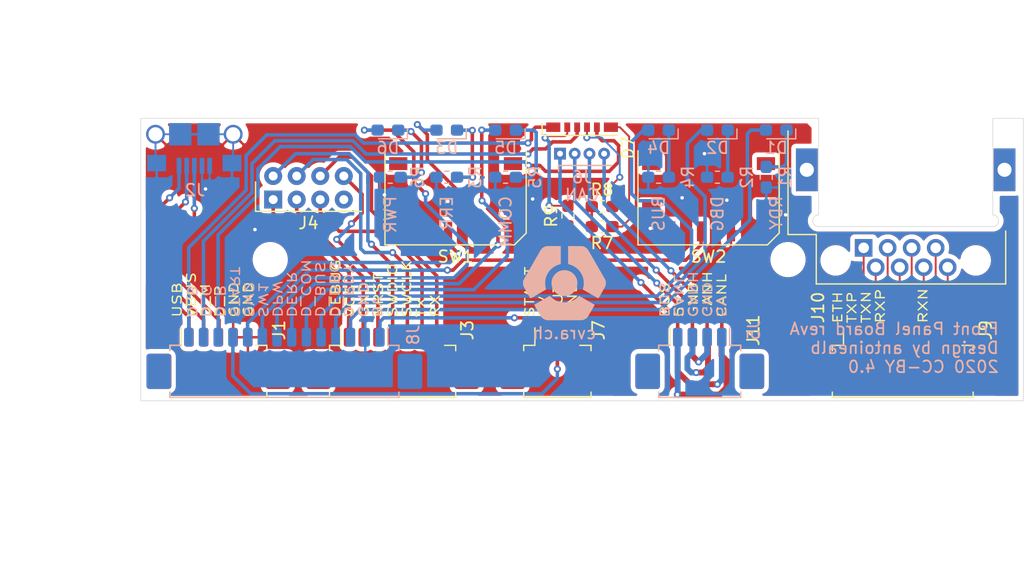
<source format=kicad_pcb>
(kicad_pcb (version 20171130) (host pcbnew "(5.1.5-0-10_14)")
  (layers (0 F.Cu signal) (31 B.Cu signal) (34 B.Paste user) (35 F.Paste user) (36 B.SilkS user) (37 F.SilkS user) (38 B.Mask user) (39 F.Mask user) (44 Edge.Cuts user))
  (net 0 "")
  (net 1 "Net-(D1-Pad1)")
  (net 2 /LED_READY)
  (net 3 /LED_DEBUG)
  (net 4 "Net-(D2-Pad1)")
  (net 5 "Net-(D3-Pad1)")
  (net 6 /LED_ERROR)
  (net 7 /LED_BUS)
  (net 8 "Net-(D4-Pad1)")
  (net 9 "Net-(D5-Pad1)")
  (net 10 /LED_COMM)
  (net 11 /LED_POWER)
  (net 12 "Net-(D6-Pad1)")
  (net 13 GND)
  (net 14 /DEBUG_VCC)
  (net 15 /DEBUG_GND)
  (net 16 /DEBUG_NRST)
  (net 17 /DEBUG_SWDIO)
  (net 18 /DEBUG_SWCLK)
  (net 19 /DEBUG_TX)
  (net 20 /DEBUG_RX)
  (net 21 "Net-(J4-Pad7)")
  (net 22 +5V)
  (net 23 /BUTTON_START)
  (net 24 /BUTTON_TEAM1)
  (net 25 /BUTTON_TEAM2)
  (net 26 /LED_TEAM_R)
  (net 27 /LED_TEAM_G)
  (net 28 "Net-(J10-Pad4)")
  (net 29 "Net-(J10-Pad5)")
  (net 30 "Net-(J10-Pad7)")
  (net 31 VBUS)
  (net 32 /USB_D-)
  (net 33 /USB_D+)
  (net 34 /TX+)
  (net 35 /TX-)
  (net 36 /RX+)
  (net 37 /RX-)
  (net 38 /LED_TEAM_B)
  (net 39 "Net-(J10-Pad8)")
  (net 40 "Net-(SW1-Pad3)")
  (net 41 "Net-(SW2-Pad3)")
  (net 42 "Net-(D7-Pad2)")
  (net 43 "Net-(D7-Pad4)")
  (net 44 "Net-(D7-Pad6)")
  (net 45 "Net-(J11-Pad4)")
  (net 46 "Net-(J11-Pad3)")
  (net 47 "Net-(J11-Pad2)")
  (net 48 "Net-(J11-Pad1)")
  (module _connectors:615108150221R_Ethernet_MiddleMount (layer F.Cu) (at 190 102.07 180)
    (fp_text reference J10 (at 7.45 -5.43 90) (layer F.SilkS) (effects (justify left)))
    (fp_text value 615108150221R)
    (pad "" np_thru_hole rect (at 8.4 7.7 180) (size 1.85 3.63) (drill 1.2) (layers *.Cu *.Mask F.Paste))
    (pad "" np_thru_hole rect (at -8.4 7.7 180) (size 1.85 3.63) (drill 1.2) (layers *.Cu *.Mask F.Paste))
    (pad "" np_thru_hole circle (at -5.95 0 180) (size 1.8 1.8) (drill 1.8) (layers *.Cu *.Mask))
    (pad "" np_thru_hole circle (at 5.95 0 180) (size 1.8 1.8) (drill 1.8) (layers *.Cu *.Mask))
    (pad 8 thru_hole circle (at -3.57 -0.58 180) (size 1.5 1.5) (drill 0.9) (layers *.Cu *.Mask) (net 39 "Net-(J10-Pad8)"))
    (pad 6 thru_hole circle (at -1.53 -0.58 180) (size 1.5 1.5) (drill 0.9) (layers *.Cu *.Mask) (net 37 /RX-))
    (pad 4 thru_hole circle (at 0.51 -0.58 180) (size 1.5 1.5) (drill 0.9) (layers *.Cu *.Mask) (net 28 "Net-(J10-Pad4)"))
    (pad 7 thru_hole circle (at -2.55 1.07 180) (size 1.5 1.5) (drill 0.9) (layers *.Cu *.Mask) (net 30 "Net-(J10-Pad7)"))
    (pad 5 thru_hole circle (at -0.51 1.07 180) (size 1.5 1.5) (drill 0.9) (layers *.Cu *.Mask) (net 29 "Net-(J10-Pad5)"))
    (pad 3 thru_hole circle (at 1.53 1.07 180) (size 1.5 1.5) (drill 0.9) (layers *.Cu *.Mask) (net 36 /RX+))
    (pad 2 thru_hole circle (at 2.55 -0.58 180) (size 1.5 1.5) (drill 0.9) (layers *.Cu *.Mask) (net 35 /TX-))
    (pad 1 thru_hole rect (at 3.57 1.07 180) (size 1.5 1.5) (drill 0.9) (layers *.Cu *.Mask) (net 34 /TX+))
  )
  (module MountingHole:MountingHole_2.2mm_M2_ISO14580 (layer F.Cu) (at 180 102)
    (fp_text reference H1 hide)
    (fp_text value M2)
    (pad 1 np_thru_hole circle (at 0 0) (size 2.2 2.2) (drill 2.2) (layers *.Cu *.Mask))
  )
  (module MountingHole:MountingHole_2.2mm_M2_ISO14580 (layer F.Cu) (at 136 102)
    (fp_text reference H2 hide)
    (fp_text value M2)
    (pad 1 np_thru_hole circle (at 0 0) (size 2.2 2.2) (drill 2.2) (layers *.Cu *.Mask))
  )
  (module _LED_SMD:LED_0603_RightAngle (layer B.Cu) (at 179 91 180)
    (fp_text reference D1 (at 0 -1.5) (layer B.SilkS) (effects (justify mirror)))
    (fp_text value LED_GREEN)
    (pad 2 smd roundrect (at 0.875 0 180) (size 1.05 0.95) (layers B.Cu B.Paste B.Mask) (net 2 /LED_READY))
    (pad 1 smd roundrect (at -0.875 0 180) (size 1.05 0.95) (layers B.Cu B.Paste B.Mask) (net 1 "Net-(D1-Pad1)"))
  )
  (module _LED_SMD:LED_0603_RightAngle (layer B.Cu) (at 174 91 180)
    (fp_text reference D2 (at 0 -1.5) (layer B.SilkS) (effects (justify mirror)))
    (fp_text value LED_BLUE)
    (pad 2 smd roundrect (at 0.875 0 180) (size 1.05 0.95) (layers B.Cu B.Paste B.Mask) (net 3 /LED_DEBUG))
    (pad 1 smd roundrect (at -0.875 0 180) (size 1.05 0.95) (layers B.Cu B.Paste B.Mask) (net 4 "Net-(D2-Pad1)"))
  )
  (module _LED_SMD:LED_0603_RightAngle (layer B.Cu) (at 151 91 180)
    (fp_text reference D3 (at 0 -1.5) (layer B.SilkS) (effects (justify mirror)))
    (fp_text value LED_RED)
    (pad 2 smd roundrect (at 0.875 0 180) (size 1.05 0.95) (layers B.Cu B.Paste B.Mask) (net 6 /LED_ERROR))
    (pad 1 smd roundrect (at -0.875 0 180) (size 1.05 0.95) (layers B.Cu B.Paste B.Mask) (net 5 "Net-(D3-Pad1)"))
  )
  (module _LED_SMD:LED_0603_RightAngle (layer B.Cu) (at 169 91 180)
    (fp_text reference D4 (at 0 -1.5) (layer B.SilkS) (effects (justify mirror)))
    (fp_text value LED_ORANGE)
    (pad 2 smd roundrect (at 0.875 0 180) (size 1.05 0.95) (layers B.Cu B.Paste B.Mask) (net 7 /LED_BUS))
    (pad 1 smd roundrect (at -0.875 0 180) (size 1.05 0.95) (layers B.Cu B.Paste B.Mask) (net 8 "Net-(D4-Pad1)"))
  )
  (module _LED_SMD:LED_0603_RightAngle (layer B.Cu) (at 156 91 180)
    (fp_text reference D5 (at 0 -1.5) (layer B.SilkS) (effects (justify mirror)))
    (fp_text value LED_ORANGE)
    (pad 2 smd roundrect (at 0.875 0 180) (size 1.05 0.95) (layers B.Cu B.Paste B.Mask) (net 10 /LED_COMM))
    (pad 1 smd roundrect (at -0.875 0 180) (size 1.05 0.95) (layers B.Cu B.Paste B.Mask) (net 9 "Net-(D5-Pad1)"))
  )
  (module _LED_SMD:LED_0603_RightAngle (layer B.Cu) (at 146 91 180)
    (fp_text reference D6 (at 0 -1.5 180) (layer B.SilkS) (effects (justify mirror)))
    (fp_text value LED_ORANGE)
    (pad 2 smd roundrect (at 0.875 0 180) (size 1.05 0.95) (layers B.Cu B.Paste B.Mask) (net 11 /LED_POWER))
    (pad 1 smd roundrect (at -0.875 0 180) (size 1.05 0.95) (layers B.Cu B.Paste B.Mask) (net 12 "Net-(D6-Pad1)"))
  )
  (module cvralogo:CVRA-logo-big (layer B.Cu) (at 161 104)
    (fp_text reference G*** hide)
    (fp_text value LOGO hide)
  )
  (module _connectors:_Micro-USB-AB-receptacle-SMT-th-no-slot (layer B.Cu) (at 129.55 91.35)
    (fp_text reference J2 hide)
    (fp_text value 10118193-0001LF hide)
    (fp_text user %R (at 0.05 4.75) (layer B.SilkS) (effects (justify mirror)))
    (pad 6 thru_hole circle (at -3.3 0) (size 1.6 1.6) (drill 1.2) (layers *.Cu *.Mask) (net 13 GND))
    (pad 6 thru_hole circle (at 3.3 0) (size 1.6 1.6) (drill 1.2) (layers *.Cu *.Mask) (net 13 GND))
    (pad 3 smd rect (at 0 2.675) (size 0.4 1.35) (layers B.Cu B.Paste B.Mask) (net 33 /USB_D+))
    (pad 4 smd rect (at 0.65 2.675) (size 0.4 1.35) (layers B.Cu B.Paste B.Mask) (net 13 GND))
    (pad 5 smd rect (at 1.3 2.675) (size 0.4 1.35) (layers B.Cu B.Paste B.Mask) (net 13 GND))
    (pad 2 smd rect (at -0.65 2.675) (size 0.4 1.35) (layers B.Cu B.Paste B.Mask) (net 32 /USB_D-))
    (pad 1 smd rect (at -1.3 2.675) (size 0.4 1.35) (layers B.Cu B.Paste B.Mask) (net 31 VBUS))
    (pad 6 smd rect (at 3.2 2.45) (size 1.6 1.4) (layers B.Cu B.Paste B.Mask) (net 13 GND))
    (pad 6 smd rect (at -3.2 2.45) (size 1.6 1.4) (layers B.Cu B.Paste B.Mask) (net 13 GND))
    (pad 6 smd rect (at -1.2 0) (size 1.9 1.9) (layers B.Cu B.Paste B.Mask) (net 13 GND))
    (pad 6 smd rect (at 1.2 0) (size 1.9 1.9) (layers B.Cu B.Paste B.Mask) (net 13 GND))
  )
  (module Resistor_SMD:R_0603_1608Metric_Pad1.05x0.95mm_HandSolder (layer B.Cu) (at 178.15 95 90)
    (fp_text reference R1 (at 0 1.6 90) (layer B.SilkS) (effects (justify mirror)))
    (fp_text value 56R)
    (pad 2 smd roundrect (at 0.875 0 90) (size 1.05 0.95) (layers B.Cu B.Paste B.Mask) (net 1 "Net-(D1-Pad1)"))
    (pad 1 smd roundrect (at -0.875 0 90) (size 1.05 0.95) (layers B.Cu B.Paste B.Mask) (net 13 GND))
  )
  (module Resistor_SMD:R_0603_1608Metric_Pad1.05x0.95mm_HandSolder (layer B.Cu) (at 174 95)
    (fp_text reference R2 (at 2.5 0 270) (layer B.SilkS) (effects (justify mirror)))
    (fp_text value 56R)
    (pad 2 smd roundrect (at 0.875 0) (size 1.05 0.95) (layers B.Cu B.Paste B.Mask) (net 4 "Net-(D2-Pad1)"))
    (pad 1 smd roundrect (at -0.875 0) (size 1.05 0.95) (layers B.Cu B.Paste B.Mask) (net 13 GND))
  )
  (module Resistor_SMD:R_0603_1608Metric_Pad1.05x0.95mm_HandSolder (layer B.Cu) (at 151 95)
    (fp_text reference R3 (at 2.425 0 90) (layer B.SilkS) (effects (justify mirror)))
    (fp_text value 300R)
    (pad 2 smd roundrect (at 0.875 0) (size 1.05 0.95) (layers B.Cu B.Paste B.Mask) (net 5 "Net-(D3-Pad1)"))
    (pad 1 smd roundrect (at -0.875 0) (size 1.05 0.95) (layers B.Cu B.Paste B.Mask) (net 13 GND))
  )
  (module Resistor_SMD:R_0603_1608Metric_Pad1.05x0.95mm_HandSolder (layer B.Cu) (at 169 95)
    (fp_text reference R4 (at 2.5 0 90) (layer B.SilkS) (effects (justify mirror)))
    (fp_text value 300R)
    (pad 2 smd roundrect (at 0.875 0) (size 1.05 0.95) (layers B.Cu B.Paste B.Mask) (net 8 "Net-(D4-Pad1)"))
    (pad 1 smd roundrect (at -0.875 0) (size 1.05 0.95) (layers B.Cu B.Paste B.Mask) (net 13 GND))
  )
  (module Resistor_SMD:R_0603_1608Metric_Pad1.05x0.95mm_HandSolder (layer B.Cu) (at 156 95)
    (fp_text reference R5 (at 2.5 0 90) (layer B.SilkS) (effects (justify mirror)))
    (fp_text value 300R)
    (pad 2 smd roundrect (at 0.875 0) (size 1.05 0.95) (layers B.Cu B.Paste B.Mask) (net 9 "Net-(D5-Pad1)"))
    (pad 1 smd roundrect (at -0.875 0) (size 1.05 0.95) (layers B.Cu B.Paste B.Mask) (net 13 GND))
  )
  (module Resistor_SMD:R_0603_1608Metric_Pad1.05x0.95mm_HandSolder (layer F.Cu) (at 164.2 99.2)
    (fp_text reference R7 (at 0 1.4) (layer F.SilkS))
    (fp_text value 130R)
    (pad 2 smd roundrect (at 0.875 0) (size 1.05 0.95) (layers F.Cu F.Paste F.Mask) (net 44 "Net-(D7-Pad6)"))
    (pad 1 smd roundrect (at -0.875 0) (size 1.05 0.95) (layers F.Cu F.Paste F.Mask) (net 13 GND))
  )
  (module Resistor_SMD:R_0603_1608Metric_Pad1.05x0.95mm_HandSolder (layer F.Cu) (at 164.2 97.5)
    (fp_text reference R8 (at 0 -1.43) (layer F.SilkS))
    (fp_text value 30R)
    (pad 2 smd roundrect (at 0.875 0) (size 1.05 0.95) (layers F.Cu F.Paste F.Mask) (net 43 "Net-(D7-Pad4)"))
    (pad 1 smd roundrect (at -0.875 0) (size 1.05 0.95) (layers F.Cu F.Paste F.Mask) (net 13 GND))
  )
  (module Resistor_SMD:R_0603_1608Metric_Pad1.05x0.95mm_HandSolder (layer F.Cu) (at 161.3 98.3 90)
    (fp_text reference R9 (at 0 -1.43 90) (layer F.SilkS))
    (fp_text value 30R)
    (pad 2 smd roundrect (at 0.875 0 90) (size 1.05 0.95) (layers F.Cu F.Paste F.Mask) (net 42 "Net-(D7-Pad2)"))
    (pad 1 smd roundrect (at -0.875 0 90) (size 1.05 0.95) (layers F.Cu F.Paste F.Mask) (net 13 GND))
  )
  (module Connector_Molex:Molex_PicoBlade_53261-0771_1x07-1MP_P1.25mm_Horizontal (layer F.Cu) (at 146.4 111)
    (fp_text reference J3 (at 6.35 -3 90) (layer F.SilkS))
    (fp_text value 0532610771)
    (pad MP smd roundrect (at 6.3 0.5) (size 2.1 3) (layers F.Cu F.Paste F.Mask) (roundrect_rratio 0.119048))
    (pad MP smd roundrect (at -6.3 0.5) (size 2.1 3) (layers F.Cu F.Paste F.Mask) (roundrect_rratio 0.119048))
    (pad 7 smd roundrect (at 3.75 -2.4) (size 0.8 1.6) (layers F.Cu F.Paste F.Mask) (net 20 /DEBUG_RX))
    (pad 6 smd roundrect (at 2.5 -2.4) (size 0.8 1.6) (layers F.Cu F.Paste F.Mask) (net 19 /DEBUG_TX))
    (pad 5 smd roundrect (at 1.25 -2.4) (size 0.8 1.6) (layers F.Cu F.Paste F.Mask) (net 18 /DEBUG_SWCLK))
    (pad 4 smd roundrect (at 0 -2.4) (size 0.8 1.6) (layers F.Cu F.Paste F.Mask) (net 17 /DEBUG_SWDIO))
    (pad 3 smd roundrect (at -1.25 -2.4) (size 0.8 1.6) (layers F.Cu F.Paste F.Mask) (net 16 /DEBUG_NRST))
    (pad 2 smd roundrect (at -2.5 -2.4) (size 0.8 1.6) (layers F.Cu F.Paste F.Mask) (net 15 /DEBUG_GND))
    (pad 1 smd roundrect (at -3.75 -2.4) (size 0.8 1.6) (layers F.Cu F.Paste F.Mask) (net 14 /DEBUG_VCC))
  )
  (module Connector_Molex:Molex_PicoBlade_53261-0471_1x04-1MP_P1.25mm_Horizontal (layer B.Cu) (at 172.5 111 180)
    (fp_text reference J5 (at -4.6 3 90) (layer B.SilkS) (effects (justify mirror)))
    (fp_text value 0532610471)
    (pad MP smd roundrect (at 4.425 -0.5 180) (size 2.1 3) (layers B.Cu B.Paste B.Mask) (roundrect_rratio 0.119048))
    (pad MP smd roundrect (at -4.425 -0.5 180) (size 2.1 3) (layers B.Cu B.Paste B.Mask) (roundrect_rratio 0.119048))
    (pad 4 smd roundrect (at 1.875 2.4 180) (size 0.8 1.6) (layers B.Cu B.Paste B.Mask) (net 45 "Net-(J11-Pad4)"))
    (pad 3 smd roundrect (at 0.625 2.4 180) (size 0.8 1.6) (layers B.Cu B.Paste B.Mask) (net 46 "Net-(J11-Pad3)"))
    (pad 2 smd roundrect (at -0.625 2.4 180) (size 0.8 1.6) (layers B.Cu B.Paste B.Mask) (net 47 "Net-(J11-Pad2)"))
    (pad 1 smd roundrect (at -1.875 2.4 180) (size 0.8 1.6) (layers B.Cu B.Paste B.Mask) (net 48 "Net-(J11-Pad1)"))
  )
  (module Connector_Molex:Molex_PicoBlade_53261-0371_1x03-1MP_P1.25mm_Horizontal (layer F.Cu) (at 160.4 111)
    (fp_text reference J7 (at 3.5 -3 90) (layer F.SilkS))
    (fp_text value Conn_01x03)
    (pad MP smd roundrect (at 3.8 0.5) (size 2.1 3) (layers F.Cu F.Paste F.Mask) (roundrect_rratio 0.119048))
    (pad MP smd roundrect (at -3.8 0.5) (size 2.1 3) (layers F.Cu F.Paste F.Mask) (roundrect_rratio 0.119048))
    (pad 3 smd roundrect (at 1.25 -2.4) (size 0.8 1.6) (layers F.Cu F.Paste F.Mask) (net 13 GND))
    (pad 2 smd roundrect (at 0 -2.4) (size 0.8 1.6) (layers F.Cu F.Paste F.Mask) (net 23 /BUTTON_START))
    (pad 1 smd roundrect (at -1.25 -2.4) (size 0.8 1.6) (layers F.Cu F.Paste F.Mask) (net 22 +5V))
  )
  (module Connector_Molex:Molex_PicoBlade_53261-1471_1x14-1MP_P1.25mm_Horizontal (layer B.Cu) (at 137.2 111 180)
    (fp_text reference J8 (at -10.95 3.55 90) (layer B.SilkS) (effects (justify left mirror)))
    (fp_text value 0532611471)
    (pad MP smd roundrect (at 10.675 -0.5 180) (size 2.1 3) (layers B.Cu B.Paste B.Mask) (roundrect_rratio 0.119048))
    (pad MP smd roundrect (at -10.675 -0.5 180) (size 2.1 3) (layers B.Cu B.Paste B.Mask) (roundrect_rratio 0.119048))
    (pad 14 smd roundrect (at 8.125 2.4 180) (size 0.8 1.6) (layers B.Cu B.Paste B.Mask) (net 38 /LED_TEAM_B))
    (pad 13 smd roundrect (at 6.875 2.4 180) (size 0.8 1.6) (layers B.Cu B.Paste B.Mask) (net 27 /LED_TEAM_G))
    (pad 12 smd roundrect (at 5.625 2.4 180) (size 0.8 1.6) (layers B.Cu B.Paste B.Mask) (net 26 /LED_TEAM_R))
    (pad 11 smd roundrect (at 4.375 2.4 180) (size 0.8 1.6) (layers B.Cu B.Paste B.Mask) (net 23 /BUTTON_START))
    (pad 10 smd roundrect (at 3.125 2.4 180) (size 0.8 1.6) (layers B.Cu B.Paste B.Mask) (net 25 /BUTTON_TEAM2))
    (pad 9 smd roundrect (at 1.875 2.4 180) (size 0.8 1.6) (layers B.Cu B.Paste B.Mask) (net 24 /BUTTON_TEAM1))
    (pad 8 smd roundrect (at 0.625 2.4 180) (size 0.8 1.6) (layers B.Cu B.Paste B.Mask) (net 11 /LED_POWER))
    (pad 7 smd roundrect (at -0.625 2.4 180) (size 0.8 1.6) (layers B.Cu B.Paste B.Mask) (net 6 /LED_ERROR))
    (pad 6 smd roundrect (at -1.875 2.4 180) (size 0.8 1.6) (layers B.Cu B.Paste B.Mask) (net 10 /LED_COMM))
    (pad 5 smd roundrect (at -3.125 2.4 180) (size 0.8 1.6) (layers B.Cu B.Paste B.Mask) (net 7 /LED_BUS))
    (pad 4 smd roundrect (at -4.375 2.4 180) (size 0.8 1.6) (layers B.Cu B.Paste B.Mask) (net 3 /LED_DEBUG))
    (pad 3 smd roundrect (at -5.625 2.4 180) (size 0.8 1.6) (layers B.Cu B.Paste B.Mask) (net 2 /LED_READY))
    (pad 2 smd roundrect (at -6.875 2.4 180) (size 0.8 1.6) (layers B.Cu B.Paste B.Mask) (net 13 GND))
    (pad 1 smd roundrect (at -8.125 2.4 180) (size 0.8 1.6) (layers B.Cu B.Paste B.Mask) (net 22 +5V))
  )
  (module Connector_Molex:Molex_PicoBlade_53261-0871_1x08-1MP_P1.25mm_Horizontal (layer F.Cu) (at 189.75 111)
    (fp_text reference J9 (at 7.05 -3 90) (layer F.SilkS))
    (fp_text value 0532617008)
    (pad MP smd roundrect (at 6.925 0.5) (size 2.1 3) (layers F.Cu F.Paste F.Mask) (roundrect_rratio 0.119048))
    (pad MP smd roundrect (at -6.925 0.5) (size 2.1 3) (layers F.Cu F.Paste F.Mask) (roundrect_rratio 0.119048))
    (pad 8 smd roundrect (at 4.375 -2.4) (size 0.8 1.6) (layers F.Cu F.Paste F.Mask) (net 39 "Net-(J10-Pad8)"))
    (pad 7 smd roundrect (at 3.125 -2.4) (size 0.8 1.6) (layers F.Cu F.Paste F.Mask) (net 30 "Net-(J10-Pad7)"))
    (pad 6 smd roundrect (at 1.875 -2.4) (size 0.8 1.6) (layers F.Cu F.Paste F.Mask) (net 37 /RX-))
    (pad 5 smd roundrect (at 0.625 -2.4) (size 0.8 1.6) (layers F.Cu F.Paste F.Mask) (net 29 "Net-(J10-Pad5)"))
    (pad 4 smd roundrect (at -0.625 -2.4) (size 0.8 1.6) (layers F.Cu F.Paste F.Mask) (net 28 "Net-(J10-Pad4)"))
    (pad 3 smd roundrect (at -1.875 -2.4) (size 0.8 1.6) (layers F.Cu F.Paste F.Mask) (net 36 /RX+))
    (pad 2 smd roundrect (at -3.125 -2.4) (size 0.8 1.6) (layers F.Cu F.Paste F.Mask) (net 35 /TX-))
    (pad 1 smd roundrect (at -4.375 -2.4) (size 0.8 1.6) (layers F.Cu F.Paste F.Mask) (net 34 /TX+))
  )
  (module _switches:CFPA-1FB4-A2T (layer F.Cu) (at 151.75 95.75 270)
    (fp_text reference SW1 (at 6 0 180) (layer F.SilkS))
    (fp_text value CFPA-1FB4-A2T)
    (pad 1 smd rect (at 3.85 -1.9 270) (size 1.7 0.7) (layers F.Cu F.Paste F.Mask) (net 13 GND))
    (pad 3 smd rect (at 3.85 3.18 270) (size 1.7 0.7) (layers F.Cu F.Paste F.Mask) (net 40 "Net-(SW1-Pad3)"))
    (pad 2 smd rect (at 3.85 0.64 270) (size 1.7 0.7) (layers F.Cu F.Paste F.Mask) (net 25 /BUTTON_TEAM2))
    (pad MP smd rect (at 1.905 -4.875 270) (size 1.1 1.55) (layers F.Cu F.Paste F.Mask))
    (pad MP smd rect (at 1.905 4.875 270) (size 1.1 1.55) (layers F.Cu F.Paste F.Mask))
    (pad MP smd rect (at -1.905 4.875 270) (size 1.1 1.55) (layers F.Cu F.Paste F.Mask))
    (pad MP smd rect (at -1.905 -4.875 270) (size 1.1 1.55) (layers F.Cu F.Paste F.Mask))
  )
  (module _switches:CFPA-1FB4-A2T (layer F.Cu) (at 173.25 95.75 270)
    (fp_text reference SW2 (at 6 0 180) (layer F.SilkS))
    (fp_text value CFPA-1FB4-A2T)
    (pad 1 smd rect (at 3.85 -1.9 270) (size 1.7 0.7) (layers F.Cu F.Paste F.Mask) (net 13 GND))
    (pad 3 smd rect (at 3.85 3.18 270) (size 1.7 0.7) (layers F.Cu F.Paste F.Mask) (net 41 "Net-(SW2-Pad3)"))
    (pad 2 smd rect (at 3.85 0.64 270) (size 1.7 0.7) (layers F.Cu F.Paste F.Mask) (net 24 /BUTTON_TEAM1))
    (pad MP smd rect (at 1.905 -4.875 270) (size 1.1 1.55) (layers F.Cu F.Paste F.Mask))
    (pad MP smd rect (at 1.905 4.875 270) (size 1.1 1.55) (layers F.Cu F.Paste F.Mask))
    (pad MP smd rect (at -1.905 4.875 270) (size 1.1 1.55) (layers F.Cu F.Paste F.Mask))
    (pad MP smd rect (at -1.905 -4.875 270) (size 1.1 1.55) (layers F.Cu F.Paste F.Mask))
  )
  (module _led_rgb:CRGB1318FSE-TM (layer F.Cu) (at 162.5 90.75)
    (fp_text reference D7 (at 3.9 1.75 90) (layer F.SilkS))
    (fp_text value CRGB1318FSE)
    (pad 6 smd rect (at 2.45 0) (size 1.2 0.8) (layers F.Cu F.Paste F.Mask) (net 44 "Net-(D7-Pad6)"))
    (pad 4 smd rect (at 0.42 0) (size 0.5 0.8) (layers F.Cu F.Paste F.Mask) (net 43 "Net-(D7-Pad4)"))
    (pad 5 smd rect (at 1.26 0) (size 0.5 0.8) (layers F.Cu F.Paste F.Mask) (net 26 /LED_TEAM_R))
    (pad 1 smd rect (at -2.45 0) (size 1.2 0.8) (layers F.Cu F.Paste F.Mask) (net 38 /LED_TEAM_B))
    (pad 2 smd rect (at -1.26 0) (size 0.5 0.8) (layers F.Cu F.Paste F.Mask) (net 42 "Net-(D7-Pad2)"))
    (pad 3 smd rect (at -0.42 0) (size 0.5 0.8) (layers F.Cu F.Paste F.Mask) (net 27 /LED_TEAM_G))
  )
  (module Resistor_SMD:R_0603_1608Metric_Pad1.05x0.95mm_HandSolder (layer B.Cu) (at 146.2 95)
    (fp_text reference R6 (at 2.3 0 270) (layer B.SilkS) (effects (justify mirror)))
    (fp_text value 300R)
    (pad 2 smd roundrect (at 0.875 0) (size 1.05 0.95) (layers B.Cu B.Paste B.Mask) (net 12 "Net-(D6-Pad1)"))
    (pad 1 smd roundrect (at -0.875 0) (size 1.05 0.95) (layers B.Cu B.Paste B.Mask) (net 13 GND))
  )
  (module Connector_Molex:Molex_PicoBlade_53261-0471_1x04-1MP_P1.25mm_Horizontal (layer F.Cu) (at 172.5 111)
    (fp_text reference J11 (at 4.55 -3 90) (layer F.SilkS))
    (fp_text value 0532610471)
    (pad MP smd roundrect (at 4.425 0.5) (size 2.1 3) (layers F.Cu F.Paste F.Mask) (roundrect_rratio 0.119048))
    (pad MP smd roundrect (at -4.425 0.5) (size 2.1 3) (layers F.Cu F.Paste F.Mask) (roundrect_rratio 0.119048))
    (pad 4 smd roundrect (at 1.875 -2.4) (size 0.8 1.6) (layers F.Cu F.Paste F.Mask) (net 45 "Net-(J11-Pad4)"))
    (pad 3 smd roundrect (at 0.625 -2.4) (size 0.8 1.6) (layers F.Cu F.Paste F.Mask) (net 46 "Net-(J11-Pad3)"))
    (pad 2 smd roundrect (at -0.625 -2.4) (size 0.8 1.6) (layers F.Cu F.Paste F.Mask) (net 47 "Net-(J11-Pad2)"))
    (pad 1 smd roundrect (at -1.875 -2.4) (size 0.8 1.6) (layers F.Cu F.Paste F.Mask) (net 48 "Net-(J11-Pad1)"))
  )
  (module _connectors:Molex-PicoBlade-4-Edge (layer B.Cu) (at 162.5 93 180)
    (fp_text reference J6 (at 0 -2) (layer B.SilkS) (effects (justify mirror)))
    (fp_text value 0530480410)
    (pad 4 thru_hole circle (at -1.875 0 180) (size 1 1) (drill 0.5) (layers *.Cu *.Mask) (net 45 "Net-(J11-Pad4)"))
    (pad 3 thru_hole circle (at -0.625 0 180) (size 1 1) (drill 0.5) (layers *.Cu *.Mask) (net 46 "Net-(J11-Pad3)"))
    (pad 2 thru_hole circle (at 0.625 0 180) (size 1 1) (drill 0.5) (layers *.Cu *.Mask) (net 47 "Net-(J11-Pad2)"))
    (pad 1 thru_hole rect (at 1.875 0 180) (size 1 1) (drill 0.5) (layers *.Cu *.Mask) (net 48 "Net-(J11-Pad1)"))
  )
  (module _connectors:0878330821_02x03_pin_header (layer F.Cu) (at 139.25 95.9)
    (fp_text reference J4 (at 0 3) (layer F.SilkS))
    (fp_text value 0878330821)
    (pad 8 thru_hole circle (at 3 -1) (size 1.524 1.524) (drill 0.762) (layers *.Cu *.Mask) (net 16 /DEBUG_NRST))
    (pad 7 thru_hole circle (at 3 1) (size 1.524 1.524) (drill 0.762) (layers *.Cu *.Mask) (net 21 "Net-(J4-Pad7)"))
    (pad 6 thru_hole circle (at 1 -1) (size 1.524 1.524) (drill 0.762) (layers *.Cu *.Mask) (net 20 /DEBUG_RX))
    (pad 5 thru_hole circle (at 1 1) (size 1.524 1.524) (drill 0.762) (layers *.Cu *.Mask) (net 19 /DEBUG_TX))
    (pad 4 thru_hole circle (at -1 -1) (size 1.524 1.524) (drill 0.762) (layers *.Cu *.Mask) (net 18 /DEBUG_SWCLK))
    (pad 3 thru_hole circle (at -1 1) (size 1.524 1.524) (drill 0.762) (layers *.Cu *.Mask) (net 15 /DEBUG_GND))
    (pad 2 thru_hole circle (at -3 -1) (size 1.524 1.524) (drill 0.762) (layers *.Cu *.Mask) (net 17 /DEBUG_SWDIO))
    (pad 1 thru_hole rect (at -3 1) (size 1.524 1.524) (drill 0.762) (layers *.Cu *.Mask) (net 14 /DEBUG_VCC))
  )
  (module Connector_Molex:Molex_PicoBlade_53261-0571_1x05-1MP_P1.25mm_Horizontal (layer F.Cu) (at 131.6 111)
    (fp_text reference J1 (at 5.15 -3 90) (layer F.SilkS))
    (fp_text value Conn_01x05)
    (pad MP smd roundrect (at 5.05 0.5) (size 2.1 3) (layers F.Cu F.Paste F.Mask) (roundrect_rratio 0.119048))
    (pad MP smd roundrect (at -5.05 0.5) (size 2.1 3) (layers F.Cu F.Paste F.Mask) (roundrect_rratio 0.119048))
    (pad 5 smd roundrect (at 2.5 -2.4) (size 0.8 1.6) (layers F.Cu F.Paste F.Mask) (net 13 GND))
    (pad 4 smd roundrect (at 1.25 -2.4) (size 0.8 1.6) (layers F.Cu F.Paste F.Mask) (net 13 GND))
    (pad 3 smd roundrect (at 0 -2.4) (size 0.8 1.6) (layers F.Cu F.Paste F.Mask) (net 33 /USB_D+))
    (pad 2 smd roundrect (at -1.25 -2.4) (size 0.8 1.6) (layers F.Cu F.Paste F.Mask) (net 32 /USB_D-))
    (pad 1 smd roundrect (at -2.5 -2.4) (size 0.8 1.6) (layers F.Cu F.Paste F.Mask) (net 31 VBUS))
  )
  (gr_text cvra.ch (at 161 108.25) (layer B.SilkS) (effects (font (size 1 1)) (justify mirror)))
  (gr_text "Front Panel Board revA\nDesign by antoinealb\n2020 CC-BY 4.0" (at 198 109.5) (layer B.SilkS) (effects (font (size 1 1)) (justify left mirror)))
  (gr_text RDY (at 179 96.5 90) (layer B.SilkS) (effects (font (size 1 1)) (justify left mirror)))
  (gr_text DBG (at 174 96.5 90) (layer B.SilkS) (effects (font (size 1 1)) (justify left mirror)))
  (gr_text BUS (at 169 96.5 90) (layer B.SilkS) (effects (font (size 1 1)) (justify left mirror)))
  (gr_text "COMM\n" (at 156 96.5 90) (layer B.SilkS) (effects (font (size 1 1)) (justify left mirror)))
  (gr_text "ERR\n" (at 151 96.5 90) (layer B.SilkS) (effects (font (size 1 1)) (justify left mirror)))
  (gr_text PWR (at 146.2 96.5 90) (layer B.SilkS) (effects (font (size 1 1)) (justify left mirror)))
  (gr_text CAN (at 162.5 96.5) (layer B.SilkS) (effects (font (size 1 1)) (justify mirror)))
  (gr_text "ETH\nTXP\nTXN\nRXP\n\n\nRXN\n\n" (at 188.45 107.5 90) (layer F.SilkS) (effects (font (size 0.75 1) (thickness 0.12)) (justify left)))
  (gr_text "5V\nGND\nCANH\nCANL\nBUS" (at 171.9 107 270) (layer B.SilkS) (effects (font (size 0.75 1) (thickness 0.12)) (justify left mirror)))
  (gr_text "BUS\n5V\nGND\nCANH\nCANL" (at 171.95 107 90) (layer F.SilkS) (effects (font (size 0.75 1) (thickness 0.12)) (justify left)))
  (gr_text "START\n5V\nOUT\nGND" (at 159.85 107 90) (layer F.SilkS) (effects (font (size 0.75 1) (thickness 0.12)) (justify left)))
  (gr_text "DEBUG\nVCC\nGND\nNRST\nSWDIO\nSWCLK\nTX\nRX" (at 145.8 107 90) (layer F.SilkS) (effects (font (size 0.75 1) (thickness 0.12)) (justify left)))
  (gr_text "USB\nVBUS\nD_M\nD_P\nGND\nGND" (at 131.1 107 90) (layer F.SilkS) (effects (font (size 0.75 1) (thickness 0.12)) (justify left)))
  (gr_text "5V\nGND\nD_RDY\nD_DBG\nD_BUS\nD_COM\nDERR\nDPW\nSW1\nSW2\nSTART\nD_R\nD_G\nD_B" (at 137.2 107 270) (layer B.SilkS) (effects (font (size 0.75 1) (thickness 0.12)) (justify left mirror)))
  (gr_line (start 197.4 90) (end 200 90) (layer Edge.Cuts) (width 0.05))
  (gr_line (start 197.4 93.6) (end 197.4 90) (layer Edge.Cuts) (width 0.05))
  (gr_line (start 197.4 98.2) (end 197.4 93.6) (layer Edge.Cuts) (width 0.05))
  (gr_arc (start 197.4 98.7) (end 197.4 98.2) (angle 180) (layer Edge.Cuts) (width 0.05))
  (gr_line (start 182.6 99.2) (end 197.4 99.2) (layer Edge.Cuts) (width 0.05))
  (gr_arc (start 182.6 98.7) (end 182.6 98.2) (angle -180) (layer Edge.Cuts) (width 0.05))
  (gr_line (start 182.6 90) (end 182.6 98.2) (layer Edge.Cuts) (width 0.05))
  (gr_line (start 125 114) (end 125 90) (layer Edge.Cuts) (width 0.05))
  (gr_line (start 200 114) (end 125 114) (layer Edge.Cuts) (width 0.05))
  (gr_line (start 200 90) (end 200 114) (layer Edge.Cuts) (width 0.05))
  (gr_line (start 125 90) (end 182.6 90) (layer Edge.Cuts) (width 0.05))
  (via (at 168.3 99.35) (size 0.6) (drill 0.3) (layers F.Cu B.Cu) (net 13))
  (via (at 145.7 96.5) (size 0.6) (drill 0.3) (layers F.Cu B.Cu) (net 13))
  (via (at 171 96.75) (size 0.6) (drill 0.3) (layers F.Cu B.Cu) (net 13))
  (via (at 158.3 96.85) (size 0.6) (drill 0.3) (layers F.Cu B.Cu) (net 13))
  (via (at 174.8 96.95) (size 0.6) (drill 0.3) (layers F.Cu B.Cu) (net 13))
  (segment (start 178.15 91.025) (end 178.125 91) (width 0.16) (layer B.Cu) (net 2))
  (segment (start 178.125 94.1) (end 178.15 94.125) (width 0.16) (layer B.Cu) (net 1))
  (segment (start 178.15 94.125) (end 179.575 94.125) (width 0.3) (layer B.Cu) (net 1))
  (segment (start 179.875 93.825) (end 179.875 91) (width 0.3) (layer B.Cu) (net 1))
  (segment (start 179.575 94.125) (end 179.875 93.825) (width 0.3) (layer B.Cu) (net 1))
  (segment (start 176.55 95.487998) (end 176.750001 95.687999) (width 0.3) (layer B.Cu) (net 2))
  (segment (start 178.125 91) (end 176.85 91) (width 0.3) (layer B.Cu) (net 2))
  (segment (start 169.15 106.25) (end 143.65 106.25) (width 0.3) (layer B.Cu) (net 2))
  (segment (start 176.85 91) (end 176.55 91.3) (width 0.3) (layer B.Cu) (net 2))
  (segment (start 176.750001 95.687999) (end 176.750001 98.649999) (width 0.3) (layer B.Cu) (net 2))
  (segment (start 143.65 106.25) (end 142.825 107.075) (width 0.3) (layer B.Cu) (net 2))
  (segment (start 176.55 91.3) (end 176.55 95.487998) (width 0.3) (layer B.Cu) (net 2))
  (segment (start 176.750001 98.649999) (end 169.15 106.25) (width 0.3) (layer B.Cu) (net 2))
  (segment (start 142.825 107.075) (end 142.825 108.6) (width 0.3) (layer B.Cu) (net 2))
  (segment (start 173.125 91) (end 173.125 91.475) (width 0.16) (layer B.Cu) (net 3))
  (segment (start 141.575 108.6) (end 141.575 106.925) (width 0.3) (layer B.Cu) (net 3))
  (segment (start 172.95 101.742878) (end 172.95 96.65) (width 0.3) (layer B.Cu) (net 3))
  (segment (start 169.042878 105.65) (end 172.95 101.742878) (width 0.3) (layer B.Cu) (net 3))
  (segment (start 141.575 106.925) (end 142.85 105.65) (width 0.3) (layer B.Cu) (net 3))
  (segment (start 142.85 105.65) (end 169.042878 105.65) (width 0.3) (layer B.Cu) (net 3))
  (segment (start 172.95 96.65) (end 171.45 95.15) (width 0.3) (layer B.Cu) (net 3))
  (segment (start 171.45 95.15) (end 171.45 92.15) (width 0.3) (layer B.Cu) (net 3))
  (segment (start 171.45 92.15) (end 172.6 91) (width 0.3) (layer B.Cu) (net 3))
  (segment (start 172.6 91) (end 173.125 91) (width 0.3) (layer B.Cu) (net 3))
  (segment (start 174.875 94) (end 174.875 91) (width 0.3) (layer B.Cu) (net 4))
  (segment (start 174.875 95) (end 174.875 94) (width 0.3) (layer B.Cu) (net 4))
  (segment (start 153.155095 91) (end 153.173617 91.018522) (width 0.3) (layer B.Cu) (net 5))
  (via (at 153.173617 91.018522) (size 0.6) (drill 0.3) (layers F.Cu B.Cu) (net 5))
  (segment (start 151.875 91) (end 153.155095 91) (width 0.3) (layer B.Cu) (net 5))
  (via (at 153.2 95) (size 0.6) (drill 0.3) (layers F.Cu B.Cu) (net 5))
  (segment (start 153.173617 94.973617) (end 153.2 95) (width 0.3) (layer F.Cu) (net 5))
  (segment (start 153.173617 91.018522) (end 153.173617 94.973617) (width 0.3) (layer F.Cu) (net 5))
  (segment (start 153.2 95) (end 151.875 95) (width 0.3) (layer B.Cu) (net 5))
  (segment (start 137.825 108.6) (end 137.8 108.6) (width 0.3) (layer B.Cu) (net 6))
  (via (at 155.35 100.75) (size 0.6) (drill 0.3) (layers F.Cu B.Cu) (net 6))
  (segment (start 148.525028 90.525028) (end 148.5 90.525028) (width 0.3) (layer B.Cu) (net 6))
  (via (at 148.5 90.525028) (size 0.6) (drill 0.3) (layers F.Cu B.Cu) (net 6))
  (segment (start 149 91) (end 148.525028 90.525028) (width 0.3) (layer B.Cu) (net 6))
  (segment (start 150.125 91) (end 149 91) (width 0.3) (layer B.Cu) (net 6))
  (segment (start 155.050001 101.049999) (end 155.35 100.75) (width 0.3) (layer B.Cu) (net 6))
  (segment (start 139.764233 104.050011) (end 152.049989 104.050011) (width 0.3) (layer B.Cu) (net 6))
  (segment (start 137.825 108.6) (end 137.825 105.989244) (width 0.3) (layer B.Cu) (net 6))
  (segment (start 137.825 105.989244) (end 139.764233 104.050011) (width 0.3) (layer B.Cu) (net 6))
  (segment (start 152.049989 104.050011) (end 155.050001 101.049999) (width 0.3) (layer B.Cu) (net 6))
  (segment (start 155.35 99.541998) (end 149.350021 93.542019) (width 0.3) (layer F.Cu) (net 6))
  (segment (start 155.35 100.75) (end 155.35 99.541998) (width 0.3) (layer F.Cu) (net 6))
  (segment (start 149.350021 93.542019) (end 149.350021 91.375049) (width 0.3) (layer F.Cu) (net 6))
  (segment (start 149.350021 91.375049) (end 148.799999 90.825027) (width 0.3) (layer F.Cu) (net 6))
  (segment (start 148.799999 90.825027) (end 148.5 90.525028) (width 0.3) (layer F.Cu) (net 6))
  (segment (start 168.125 91) (end 168.125 91.475) (width 0.16) (layer B.Cu) (net 7))
  (segment (start 140.325 106.725) (end 140.325 108.6) (width 0.3) (layer B.Cu) (net 7))
  (segment (start 168.885767 105.099989) (end 141.950011 105.099989) (width 0.3) (layer B.Cu) (net 7))
  (segment (start 171.75 102.235756) (end 168.885767 105.099989) (width 0.3) (layer B.Cu) (net 7))
  (segment (start 141.950011 105.099989) (end 140.325 106.725) (width 0.3) (layer B.Cu) (net 7))
  (segment (start 171.8 101.45) (end 171.75 102.235756) (width 0.3) (layer B.Cu) (net 7))
  (segment (start 171.8 99.5) (end 171.8 101.45) (width 0.3) (layer B.Cu) (net 7))
  (segment (start 169.3 97) (end 171.8 99.5) (width 0.3) (layer B.Cu) (net 7))
  (segment (start 167.3 97) (end 169.3 97) (width 0.3) (layer B.Cu) (net 7))
  (segment (start 166.7 96.4) (end 167.3 97) (width 0.3) (layer B.Cu) (net 7))
  (segment (start 166.7 91.99499) (end 166.7 96.4) (width 0.3) (layer B.Cu) (net 7))
  (segment (start 167.69499 91) (end 166.7 91.99499) (width 0.3) (layer B.Cu) (net 7))
  (segment (start 169.875 91) (end 169.875 94) (width 0.3) (layer B.Cu) (net 8))
  (segment (start 169.875 95) (end 169.875 94) (width 0.3) (layer B.Cu) (net 8))
  (segment (start 158.6 91.2) (end 158.4 91) (width 0.3) (layer B.Cu) (net 9))
  (segment (start 158.15 95) (end 158.6 94.55) (width 0.3) (layer B.Cu) (net 9))
  (segment (start 156.875 95) (end 158.15 95) (width 0.3) (layer B.Cu) (net 9))
  (segment (start 158.6 94.55) (end 158.6 91.2) (width 0.3) (layer B.Cu) (net 9))
  (segment (start 158.4 91) (end 156.875 91) (width 0.3) (layer B.Cu) (net 9))
  (via (at 153.973226 90.993124) (size 0.6) (drill 0.3) (layers F.Cu B.Cu) (net 10))
  (segment (start 155.125 91) (end 153.980102 91) (width 0.3) (layer B.Cu) (net 10))
  (segment (start 153.980102 91) (end 153.973226 90.993124) (width 0.3) (layer B.Cu) (net 10))
  (segment (start 153.973226 96.973226) (end 154 97) (width 0.3) (layer F.Cu) (net 10))
  (via (at 154 97) (size 0.6) (drill 0.3) (layers F.Cu B.Cu) (net 10))
  (segment (start 153.973226 90.993124) (end 153.973226 96.973226) (width 0.3) (layer F.Cu) (net 10))
  (segment (start 139.075 108.6) (end 139.075 106.325) (width 0.3) (layer B.Cu) (net 10))
  (segment (start 156.15 101.7) (end 156.15 99.15) (width 0.3) (layer B.Cu) (net 10))
  (segment (start 140.84998 104.55002) (end 153.29998 104.55002) (width 0.3) (layer B.Cu) (net 10))
  (segment (start 139.075 106.325) (end 140.84998 104.55002) (width 0.3) (layer B.Cu) (net 10))
  (segment (start 156.15 99.15) (end 154.299999 97.299999) (width 0.3) (layer B.Cu) (net 10))
  (segment (start 153.29998 104.55002) (end 156.15 101.7) (width 0.3) (layer B.Cu) (net 10))
  (segment (start 154.299999 97.299999) (end 154 97) (width 0.3) (layer B.Cu) (net 10))
  (via (at 144 91) (size 0.6) (drill 0.3) (layers F.Cu B.Cu) (net 11))
  (segment (start 145.125 91) (end 143.966376 91) (width 0.3) (layer B.Cu) (net 11))
  (segment (start 151.616492 103.55) (end 152.740001 102.426491) (width 0.3) (layer B.Cu) (net 11))
  (segment (start 136.575 106.325) (end 139.35 103.55) (width 0.3) (layer B.Cu) (net 11))
  (via (at 149.2 96.403471) (size 0.6) (drill 0.3) (layers F.Cu B.Cu) (net 11))
  (segment (start 139.35 103.55) (end 151.616492 103.55) (width 0.3) (layer B.Cu) (net 11))
  (segment (start 136.575 108.6) (end 136.575 106.325) (width 0.3) (layer B.Cu) (net 11))
  (segment (start 152.740001 100.764265) (end 149.2 97.224264) (width 0.3) (layer B.Cu) (net 11))
  (segment (start 149.2 96.827735) (end 149.2 96.403471) (width 0.3) (layer B.Cu) (net 11))
  (segment (start 152.740001 102.426491) (end 152.740001 100.764265) (width 0.3) (layer B.Cu) (net 11))
  (segment (start 149.2 97.224264) (end 149.2 96.827735) (width 0.3) (layer B.Cu) (net 11))
  (segment (start 148.2 95.403471) (end 148.900001 96.103472) (width 0.3) (layer F.Cu) (net 11))
  (segment (start 148.900001 96.103472) (end 149.2 96.403471) (width 0.3) (layer F.Cu) (net 11))
  (segment (start 146.35 91) (end 148.2 92.85) (width 0.3) (layer F.Cu) (net 11))
  (segment (start 143.966376 91) (end 146.35 91) (width 0.3) (layer F.Cu) (net 11))
  (segment (start 148.2 92.85) (end 148.2 95.403471) (width 0.3) (layer F.Cu) (net 11))
  (segment (start 147.845062 91) (end 147.963922 91.11886) (width 0.3) (layer B.Cu) (net 12))
  (via (at 147.963922 91.11886) (size 0.6) (drill 0.3) (layers F.Cu B.Cu) (net 12))
  (segment (start 146.875 91) (end 147.845062 91) (width 0.3) (layer B.Cu) (net 12))
  (via (at 148.85001 94.594449) (size 0.6) (drill 0.3) (layers F.Cu B.Cu) (net 12))
  (segment (start 147.075 95) (end 148.444459 95) (width 0.3) (layer B.Cu) (net 12))
  (segment (start 147.963922 91.11886) (end 148.85001 92.004948) (width 0.3) (layer F.Cu) (net 12))
  (segment (start 148.85001 92.004948) (end 148.85001 94.594449) (width 0.3) (layer F.Cu) (net 12))
  (segment (start 148.444459 95) (end 148.85001 94.594449) (width 0.3) (layer B.Cu) (net 12))
  (via (at 172.9 93) (size 0.6) (drill 0.3) (layers F.Cu B.Cu) (net 13))
  (via (at 134.7 99.45) (size 0.6) (drill 0.3) (layers F.Cu B.Cu) (net 13))
  (segment (start 132.85 93.7) (end 132.75 93.8) (width 0.16) (layer B.Cu) (net 13))
  (segment (start 132.85 91.35) (end 132.85 93.7) (width 0.16) (layer B.Cu) (net 13))
  (segment (start 130.75 91.35) (end 132.85 91.35) (width 0.16) (layer B.Cu) (net 13))
  (segment (start 129.46 91.35) (end 130.75 91.35) (width 0.16) (layer B.Cu) (net 13))
  (segment (start 128.35 91.35) (end 129.46 91.35) (width 0.16) (layer B.Cu) (net 13))
  (segment (start 128.35 91.35) (end 126.25 91.35) (width 0.16) (layer B.Cu) (net 13))
  (segment (start 126.25 93.7) (end 126.35 93.8) (width 0.16) (layer B.Cu) (net 13))
  (segment (start 126.25 91.35) (end 126.25 93.7) (width 0.16) (layer B.Cu) (net 13))
  (segment (start 130.2 94.025) (end 130.2 96) (width 0.16) (layer B.Cu) (net 13))
  (segment (start 130.85 95.95) (end 130.85 94.025) (width 0.16) (layer B.Cu) (net 13))
  (segment (start 130.8 96) (end 130.85 95.95) (width 0.16) (layer B.Cu) (net 13))
  (via (at 151.1 97.05) (size 0.6) (drill 0.3) (layers F.Cu B.Cu) (net 13))
  (via (at 179.8 98.2) (size 0.6) (drill 0.3) (layers F.Cu B.Cu) (net 13))
  (via (at 130.5 96) (size 0.6) (drill 0.3) (layers F.Cu B.Cu) (net 13))
  (segment (start 130.2 96) (end 130.5 96) (width 0.16) (layer B.Cu) (net 13))
  (segment (start 130.5 96) (end 130.8 96) (width 0.16) (layer B.Cu) (net 13))
  (segment (start 136.25 96.9) (end 136.25 98.05) (width 0.3) (layer F.Cu) (net 14))
  (segment (start 136.5 98.3) (end 137.9 98.3) (width 0.3) (layer F.Cu) (net 14))
  (segment (start 136.25 98.05) (end 136.5 98.3) (width 0.3) (layer F.Cu) (net 14))
  (segment (start 142.7 103.1) (end 142.7 104.6) (width 0.3) (layer F.Cu) (net 14))
  (segment (start 137.9 98.3) (end 142.7 103.1) (width 0.3) (layer F.Cu) (net 14))
  (segment (start 142.7 104.6) (end 142.65 108.6) (width 0.3) (layer F.Cu) (net 14))
  (segment (start 138.25 97.85) (end 138.25 96.9) (width 0.3) (layer F.Cu) (net 15))
  (segment (start 143.9 103.5) (end 138.25 97.85) (width 0.3) (layer F.Cu) (net 15))
  (segment (start 143.9 108.6) (end 143.9 103.5) (width 0.3) (layer F.Cu) (net 15))
  (segment (start 142.25 94.9) (end 142.25 94.85) (width 0.3) (layer F.Cu) (net 16))
  (via (at 142.9 98.94999) (size 0.6) (drill 0.3) (layers F.Cu B.Cu) (net 16))
  (segment (start 143.8 96.45) (end 143.8 98.04999) (width 0.3) (layer F.Cu) (net 16))
  (segment (start 142.25 94.9) (end 143.8 96.45) (width 0.3) (layer F.Cu) (net 16))
  (segment (start 143.8 98.04999) (end 143.199999 98.649991) (width 0.3) (layer F.Cu) (net 16))
  (segment (start 143.199999 98.649991) (end 142.9 98.94999) (width 0.3) (layer F.Cu) (net 16))
  (segment (start 141.95176 100.584006) (end 141.651761 100.284007) (width 0.3) (layer F.Cu) (net 16))
  (via (at 141.651761 100.284007) (size 0.6) (drill 0.3) (layers F.Cu B.Cu) (net 16))
  (segment (start 142.9 99.035768) (end 142.9 98.94999) (width 0.3) (layer B.Cu) (net 16))
  (segment (start 141.651761 100.284007) (end 142.9 99.035768) (width 0.3) (layer B.Cu) (net 16))
  (segment (start 145.15 108.6) (end 145.15 103.782246) (width 0.3) (layer F.Cu) (net 16))
  (segment (start 145.15 103.782246) (end 141.95176 100.584006) (width 0.3) (layer F.Cu) (net 16))
  (segment (start 144.300008 94.898714) (end 144.3 95.5) (width 0.3) (layer B.Cu) (net 17))
  (segment (start 138.15001 92.99999) (end 142.702874 92.99999) (width 0.3) (layer B.Cu) (net 17))
  (segment (start 136.25 94.9) (end 138.15001 92.99999) (width 0.3) (layer B.Cu) (net 17))
  (segment (start 144.3 94.597116) (end 144.3 95.5) (width 0.3) (layer B.Cu) (net 17))
  (segment (start 142.702874 92.99999) (end 144.3 94.597116) (width 0.3) (layer B.Cu) (net 17))
  (segment (start 146.4 102.5) (end 144.6 100.7) (width 0.3) (layer F.Cu) (net 17))
  (segment (start 146.4 108.6) (end 146.4 102.5) (width 0.3) (layer F.Cu) (net 17))
  (segment (start 144.300001 100.400001) (end 144.6 100.7) (width 0.3) (layer B.Cu) (net 17))
  (segment (start 144.3 95.5) (end 144.300001 100.400001) (width 0.3) (layer B.Cu) (net 17))
  (via (at 144.6 100.7) (size 0.6) (drill 0.3) (layers F.Cu B.Cu) (net 17))
  (segment (start 138.25 94.9) (end 138.707838 94.9) (width 0.3) (layer B.Cu) (net 18))
  (segment (start 147.65 108.6) (end 147.65 102.65) (width 0.3) (layer F.Cu) (net 18))
  (segment (start 142.495762 93.5) (end 143.690008 94.694246) (width 0.3) (layer B.Cu) (net 18))
  (segment (start 139.65 93.5) (end 142.495762 93.5) (width 0.3) (layer B.Cu) (net 18))
  (segment (start 143.690008 94.694246) (end 143.690008 101.071992) (width 0.3) (layer B.Cu) (net 18))
  (segment (start 143.690008 101.071992) (end 144.018016 101.4) (width 0.3) (layer B.Cu) (net 18))
  (segment (start 145.975736 101.4) (end 146.4 101.4) (width 0.3) (layer B.Cu) (net 18))
  (via (at 146.4 101.4) (size 0.6) (drill 0.3) (layers F.Cu B.Cu) (net 18))
  (segment (start 138.25 94.9) (end 139.65 93.5) (width 0.3) (layer B.Cu) (net 18))
  (segment (start 147.65 102.65) (end 146.4 101.4) (width 0.3) (layer F.Cu) (net 18))
  (segment (start 144.018016 101.4) (end 145.975736 101.4) (width 0.3) (layer B.Cu) (net 18))
  (segment (start 140.25 96.9) (end 140.25 97.97763) (width 0.3) (layer F.Cu) (net 19))
  (segment (start 148.9 107.8) (end 148.9 108.6) (width 0.3) (layer F.Cu) (net 19))
  (segment (start 140.25 97.97763) (end 141.87237 99.6) (width 0.3) (layer F.Cu) (net 19))
  (segment (start 141.87237 99.6) (end 145.662002 99.6) (width 0.3) (layer F.Cu) (net 19))
  (segment (start 148.9 102.837998) (end 148.9 107.8) (width 0.3) (layer F.Cu) (net 19))
  (segment (start 145.662002 99.6) (end 148.9 102.837998) (width 0.3) (layer F.Cu) (net 19))
  (segment (start 150.15 107.8) (end 150.15 108.6) (width 0.3) (layer F.Cu) (net 20))
  (segment (start 150.15 103.380876) (end 150.15 107.8) (width 0.3) (layer F.Cu) (net 20))
  (segment (start 143 93.3) (end 144.599999 94.899999) (width 0.3) (layer F.Cu) (net 20))
  (segment (start 140.25 94.9) (end 141.85 93.3) (width 0.3) (layer F.Cu) (net 20))
  (segment (start 144.599999 97.830875) (end 150.15 103.380876) (width 0.3) (layer F.Cu) (net 20))
  (segment (start 144.599999 94.899999) (end 144.599999 97.830875) (width 0.3) (layer F.Cu) (net 20))
  (segment (start 141.85 93.3) (end 143 93.3) (width 0.3) (layer F.Cu) (net 20))
  (segment (start 145.325 108.6) (end 145.325 107.275) (width 0.3) (layer B.Cu) (net 22))
  (segment (start 145.325 107.275) (end 145.65 106.95) (width 0.3) (layer B.Cu) (net 22))
  (segment (start 156.15 106.95) (end 145.65 106.95) (width 0.3) (layer B.Cu) (net 22))
  (segment (start 156.15 106.95) (end 156.75 106.95) (width 0.3) (layer B.Cu) (net 22))
  (segment (start 159.15 107.35) (end 159.15 108.6) (width 0.3) (layer F.Cu) (net 22))
  (segment (start 158.75 106.95) (end 159.15 107.35) (width 0.3) (layer F.Cu) (net 22))
  (segment (start 156.85 106.95) (end 158.75 106.95) (width 0.3) (layer F.Cu) (net 22))
  (via (at 156.75 106.95) (size 0.6) (drill 0.3) (layers F.Cu B.Cu) (net 22))
  (segment (start 156.8 106.95) (end 156.75 106.95) (width 0.3) (layer B.Cu) (net 22))
  (via (at 160.4 111.3) (size 0.6) (drill 0.3) (layers F.Cu B.Cu) (net 23))
  (segment (start 160.4 110.875736) (end 160.4 108.6) (width 0.3) (layer F.Cu) (net 23))
  (segment (start 160.4 111.3) (end 160.4 110.875736) (width 0.3) (layer F.Cu) (net 23))
  (segment (start 160.4 112.1) (end 160.4 111.3) (width 0.3) (layer B.Cu) (net 23))
  (segment (start 132.825 111.875) (end 134.35 113.4) (width 0.3) (layer B.Cu) (net 23))
  (segment (start 159.1 113.4) (end 160.4 112.1) (width 0.3) (layer B.Cu) (net 23))
  (segment (start 134.35 113.4) (end 159.1 113.4) (width 0.3) (layer B.Cu) (net 23))
  (segment (start 132.825 108.6) (end 132.825 111.875) (width 0.3) (layer B.Cu) (net 23))
  (via (at 151.05 102.9) (size 0.6) (drill 0.3) (layers F.Cu B.Cu) (net 24))
  (segment (start 151.524264 102.9) (end 151.474264 102.9) (width 0.3) (layer F.Cu) (net 24))
  (segment (start 171.31 102.05) (end 152.374264 102.05) (width 0.3) (layer F.Cu) (net 24))
  (segment (start 172.61 99.6) (end 172.61 100.75) (width 0.3) (layer F.Cu) (net 24))
  (segment (start 172.61 100.75) (end 171.31 102.05) (width 0.3) (layer F.Cu) (net 24))
  (segment (start 152.374264 102.05) (end 151.524264 102.9) (width 0.3) (layer F.Cu) (net 24))
  (segment (start 151.474264 102.9) (end 151.05 102.9) (width 0.3) (layer F.Cu) (net 24))
  (segment (start 135.325 106.867878) (end 139.292878 102.9) (width 0.3) (layer B.Cu) (net 24))
  (segment (start 139.292878 102.9) (end 150.625736 102.9) (width 0.3) (layer B.Cu) (net 24))
  (segment (start 150.625736 102.9) (end 151.05 102.9) (width 0.3) (layer B.Cu) (net 24))
  (segment (start 135.325 108.6) (end 135.325 106.867878) (width 0.3) (layer B.Cu) (net 24))
  (via (at 152 101.499998) (size 0.6) (drill 0.3) (layers F.Cu B.Cu) (net 25))
  (segment (start 151.11 99.6) (end 151.11 100.59) (width 0.3) (layer F.Cu) (net 25))
  (segment (start 151.11 100.59) (end 151.1 100.6) (width 0.3) (layer F.Cu) (net 25))
  (segment (start 151.1 100.6) (end 152 101.499998) (width 0.3) (layer F.Cu) (net 25))
  (segment (start 151.11 100.609998) (end 151.1 100.6) (width 0.3) (layer F.Cu) (net 25))
  (segment (start 139.235756 102.25) (end 151.249998 102.25) (width 0.3) (layer B.Cu) (net 25))
  (segment (start 151.700001 101.799997) (end 152 101.499998) (width 0.3) (layer B.Cu) (net 25))
  (segment (start 134.075 108.6) (end 134.075 107.410756) (width 0.3) (layer B.Cu) (net 25))
  (segment (start 134.075 107.410756) (end 139.235756 102.25) (width 0.3) (layer B.Cu) (net 25))
  (segment (start 151.249998 102.25) (end 151.700001 101.799997) (width 0.3) (layer B.Cu) (net 25))
  (via (at 157.94999 94) (size 0.6) (drill 0.3) (layers F.Cu B.Cu) (net 26))
  (segment (start 163.76 91.45) (end 164.21 91.9) (width 0.3) (layer F.Cu) (net 26))
  (segment (start 163.76 90.75) (end 163.76 91.45) (width 0.3) (layer F.Cu) (net 26))
  (segment (start 164.21 91.9) (end 165.2 91.9) (width 0.3) (layer F.Cu) (net 26))
  (segment (start 165.2 91.9) (end 165.6 92.3) (width 0.3) (layer F.Cu) (net 26))
  (segment (start 165.6 92.3) (end 165.6 93.7) (width 0.3) (layer F.Cu) (net 26))
  (segment (start 165.6 93.7) (end 164.8 94.5) (width 0.3) (layer F.Cu) (net 26))
  (segment (start 164.8 94.5) (end 159.4 94.5) (width 0.3) (layer F.Cu) (net 26))
  (segment (start 158.9 94) (end 157.94999 94) (width 0.3) (layer F.Cu) (net 26))
  (segment (start 159.4 94.5) (end 158.9 94) (width 0.3) (layer F.Cu) (net 26))
  (segment (start 134.950021 96.514223) (end 134.950022 94.299978) (width 0.3) (layer B.Cu) (net 26))
  (segment (start 144.110007 93.700001) (end 157.649991 93.700001) (width 0.3) (layer B.Cu) (net 26))
  (segment (start 134.950022 94.299978) (end 136.85001 92.39999) (width 0.3) (layer B.Cu) (net 26))
  (segment (start 131.575 99.889244) (end 134.950021 96.514223) (width 0.3) (layer B.Cu) (net 26))
  (segment (start 142.809996 92.39999) (end 144.110007 93.700001) (width 0.3) (layer B.Cu) (net 26))
  (segment (start 131.575 108.6) (end 131.575 99.889244) (width 0.3) (layer B.Cu) (net 26))
  (segment (start 157.649991 93.700001) (end 157.94999 94) (width 0.3) (layer B.Cu) (net 26))
  (segment (start 136.85001 92.39999) (end 142.809996 92.39999) (width 0.3) (layer B.Cu) (net 26))
  (via (at 157.9 93.025614) (size 0.6) (drill 0.3) (layers F.Cu B.Cu) (net 27))
  (segment (start 162.08 91.45) (end 161.53 92) (width 0.3) (layer F.Cu) (net 27))
  (segment (start 162.08 90.75) (end 162.08 91.45) (width 0.3) (layer F.Cu) (net 27))
  (segment (start 159.994998 92) (end 159.4 92.594998) (width 0.3) (layer F.Cu) (net 27))
  (segment (start 161.53 92) (end 159.994998 92) (width 0.3) (layer F.Cu) (net 27))
  (segment (start 158.330616 92.594998) (end 157.9 93.025614) (width 0.3) (layer F.Cu) (net 27))
  (segment (start 159.4 92.594998) (end 158.330616 92.594998) (width 0.3) (layer F.Cu) (net 27))
  (segment (start 130.325 108.6) (end 130.325 100.432122) (width 0.3) (layer B.Cu) (net 27))
  (segment (start 130.325 100.432122) (end 134.450011 96.307111) (width 0.3) (layer B.Cu) (net 27))
  (segment (start 134.450011 96.307111) (end 134.450011 93.849989) (width 0.3) (layer B.Cu) (net 27))
  (segment (start 134.450011 93.849989) (end 136.40002 91.89998) (width 0.3) (layer B.Cu) (net 27))
  (segment (start 136.40002 91.89998) (end 143.017108 91.89998) (width 0.3) (layer B.Cu) (net 27))
  (segment (start 143.017108 91.89998) (end 144.142742 93.025614) (width 0.3) (layer B.Cu) (net 27))
  (segment (start 157.475736 93.025614) (end 157.9 93.025614) (width 0.3) (layer B.Cu) (net 27))
  (segment (start 144.142742 93.025614) (end 157.475736 93.025614) (width 0.3) (layer B.Cu) (net 27))
  (segment (start 189.125 108.6) (end 189.125 106.075) (width 0.16) (layer F.Cu) (net 28))
  (segment (start 189.49 105.71) (end 189.49 102.65) (width 0.16) (layer F.Cu) (net 28))
  (segment (start 189.125 106.075) (end 189.49 105.71) (width 0.16) (layer F.Cu) (net 28))
  (segment (start 190.51 108.465) (end 190.375 108.6) (width 0.16) (layer F.Cu) (net 29))
  (segment (start 190.51 101) (end 190.51 108.465) (width 0.16) (layer F.Cu) (net 29))
  (segment (start 192.55 106.65) (end 192.55 106.95) (width 0.16) (layer F.Cu) (net 30))
  (segment (start 192.55 101) (end 192.55 106.65) (width 0.16) (layer F.Cu) (net 30))
  (segment (start 192.875 107.275) (end 192.875 108.6) (width 0.16) (layer F.Cu) (net 30))
  (segment (start 192.55 106.95) (end 192.875 107.275) (width 0.16) (layer F.Cu) (net 30))
  (via (at 127.45 96.75) (size 0.6) (drill 0.3) (layers F.Cu B.Cu) (net 31))
  (segment (start 128.25 95.95) (end 128.25 94.025) (width 0.3) (layer B.Cu) (net 31))
  (segment (start 127.45 96.75) (end 128.25 95.95) (width 0.3) (layer B.Cu) (net 31))
  (segment (start 126.1 98.1) (end 127.45 96.75) (width 0.3) (layer F.Cu) (net 31))
  (segment (start 126.1 103.9) (end 126.1 98.1) (width 0.3) (layer F.Cu) (net 31))
  (segment (start 129.1 106.9) (end 126.1 103.9) (width 0.3) (layer F.Cu) (net 31))
  (segment (start 129.1 108.6) (end 129.1 106.9) (width 0.3) (layer F.Cu) (net 31))
  (via (at 128.8 97.1) (size 0.6) (drill 0.3) (layers F.Cu B.Cu) (net 32))
  (segment (start 128.9 94.025) (end 128.9 97) (width 0.3) (layer B.Cu) (net 32))
  (segment (start 128.9 97) (end 128.8 97.1) (width 0.3) (layer B.Cu) (net 32))
  (segment (start 128.500001 97.399999) (end 128.8 97.1) (width 0.3) (layer F.Cu) (net 32))
  (segment (start 126.7 99.2) (end 128.500001 97.399999) (width 0.3) (layer F.Cu) (net 32))
  (segment (start 126.7 103.5) (end 126.7 99.2) (width 0.3) (layer F.Cu) (net 32))
  (segment (start 130.35 107.15) (end 126.7 103.5) (width 0.3) (layer F.Cu) (net 32))
  (segment (start 130.35 108.6) (end 130.35 107.15) (width 0.3) (layer F.Cu) (net 32))
  (segment (start 127.425 102.925) (end 127.425 100.575) (width 0.3) (layer F.Cu) (net 33))
  (segment (start 131.65 107.15) (end 127.425 102.925) (width 0.3) (layer F.Cu) (net 33))
  (segment (start 131.65 108.55) (end 131.65 107.15) (width 0.3) (layer F.Cu) (net 33))
  (segment (start 131.6 108.6) (end 131.65 108.55) (width 0.3) (layer F.Cu) (net 33))
  (via (at 129.55 97.65) (size 0.6) (drill 0.3) (layers F.Cu B.Cu) (net 33))
  (segment (start 129.55 94.025) (end 129.55 97.65) (width 0.3) (layer B.Cu) (net 33))
  (segment (start 129.55 98.45) (end 129.55 97.65) (width 0.3) (layer F.Cu) (net 33))
  (segment (start 127.425 100.575) (end 128.775 99.225) (width 0.3) (layer F.Cu) (net 33))
  (segment (start 128.775 99.225) (end 129.55 98.45) (width 0.3) (layer F.Cu) (net 33))
  (segment (start 186.43 106.47) (end 186.43 101) (width 0.16) (layer F.Cu) (net 34))
  (segment (start 185.375 108.6) (end 185.45 108.525) (width 0.16) (layer F.Cu) (net 34))
  (segment (start 185.45 108.525) (end 185.45 107.45) (width 0.16) (layer F.Cu) (net 34))
  (segment (start 185.45 107.45) (end 186.43 106.47) (width 0.16) (layer F.Cu) (net 34))
  (segment (start 187.45 106.55) (end 187.45 102.65) (width 0.16) (layer F.Cu) (net 35))
  (segment (start 186.625 107.375) (end 187.45 106.55) (width 0.16) (layer F.Cu) (net 35))
  (segment (start 186.625 108.6) (end 186.625 107.375) (width 0.16) (layer F.Cu) (net 35))
  (segment (start 187.875 107.325) (end 187.875 108.6) (width 0.16) (layer F.Cu) (net 36))
  (segment (start 188.47 106.73) (end 187.875 107.325) (width 0.16) (layer F.Cu) (net 36))
  (segment (start 188.47 101) (end 188.47 106.73) (width 0.16) (layer F.Cu) (net 36))
  (segment (start 191.53 108.505) (end 191.625 108.6) (width 0.16) (layer F.Cu) (net 37))
  (segment (start 191.53 102.65) (end 191.53 108.505) (width 0.16) (layer F.Cu) (net 37))
  (via (at 157.900862 92.097647) (size 0.6) (drill 0.3) (layers F.Cu B.Cu) (net 38))
  (segment (start 158.200861 91.797648) (end 158.200861 91.099139) (width 0.3) (layer F.Cu) (net 38))
  (segment (start 157.900862 92.097647) (end 158.200861 91.797648) (width 0.3) (layer F.Cu) (net 38))
  (segment (start 158.55 90.75) (end 160.05 90.75) (width 0.3) (layer F.Cu) (net 38))
  (segment (start 158.200861 91.099139) (end 158.55 90.75) (width 0.3) (layer F.Cu) (net 38))
  (segment (start 133.95 96.1) (end 133.95 93.15) (width 0.3) (layer B.Cu) (net 38))
  (segment (start 143.921897 92.097647) (end 157.476598 92.097647) (width 0.3) (layer B.Cu) (net 38))
  (segment (start 129.075 108.6) (end 129.075 100.975) (width 0.3) (layer B.Cu) (net 38))
  (segment (start 143.22422 91.39997) (end 143.921897 92.097647) (width 0.3) (layer B.Cu) (net 38))
  (segment (start 133.95 93.15) (end 135.70003 91.39997) (width 0.3) (layer B.Cu) (net 38))
  (segment (start 129.075 100.975) (end 133.95 96.1) (width 0.3) (layer B.Cu) (net 38))
  (segment (start 135.70003 91.39997) (end 143.22422 91.39997) (width 0.3) (layer B.Cu) (net 38))
  (segment (start 157.476598 92.097647) (end 157.900862 92.097647) (width 0.3) (layer B.Cu) (net 38))
  (segment (start 194.125 106.725) (end 194.125 108.6) (width 0.16) (layer F.Cu) (net 39))
  (segment (start 193.57 106.17) (end 194.125 106.725) (width 0.16) (layer F.Cu) (net 39))
  (segment (start 193.57 102.65) (end 193.57 106.17) (width 0.16) (layer F.Cu) (net 39))
  (via (at 159.7 97.399999) (size 0.6) (drill 0.3) (layers F.Cu B.Cu) (net 42))
  (segment (start 159.725001 97.425) (end 159.7 97.399999) (width 0.16) (layer F.Cu) (net 42))
  (segment (start 161.3 97.425) (end 159.725001 97.425) (width 0.16) (layer F.Cu) (net 42))
  (segment (start 161.040071 91.509929) (end 159.506169 91.509929) (width 0.16) (layer F.Cu) (net 42))
  (segment (start 161.24 90.75) (end 161.24 91.31) (width 0.16) (layer F.Cu) (net 42))
  (segment (start 161.24 91.31) (end 161.040071 91.509929) (width 0.16) (layer F.Cu) (net 42))
  (segment (start 159.506169 91.509929) (end 159.357313 91.658785) (width 0.16) (layer F.Cu) (net 42))
  (via (at 159.357313 91.658785) (size 0.6) (drill 0.3) (layers F.Cu B.Cu) (net 42))
  (segment (start 159.7 92.001472) (end 159.7 97.399999) (width 0.3) (layer B.Cu) (net 42))
  (segment (start 159.357313 91.658785) (end 159.7 92.001472) (width 0.3) (layer B.Cu) (net 42))
  (segment (start 162.92 90.75) (end 162.92 91.619981) (width 0.16) (layer F.Cu) (net 43))
  (via (at 162.9 91.639981) (size 0.6) (drill 0.3) (layers F.Cu B.Cu) (net 43))
  (segment (start 162.92 91.619981) (end 162.9 91.639981) (width 0.16) (layer F.Cu) (net 43))
  (segment (start 165.7 94.575736) (end 165.7 95) (width 0.16) (layer B.Cu) (net 43))
  (segment (start 165.7 93.170598) (end 165.7 94.575736) (width 0.16) (layer B.Cu) (net 43))
  (segment (start 165.075 95.625) (end 165.7 95) (width 0.16) (layer F.Cu) (net 43))
  (segment (start 165.075 97.5) (end 165.075 95.625) (width 0.16) (layer F.Cu) (net 43))
  (segment (start 162.9 91.639981) (end 164.169383 91.639981) (width 0.16) (layer B.Cu) (net 43))
  (segment (start 164.169383 91.639981) (end 165.7 93.170598) (width 0.16) (layer B.Cu) (net 43))
  (via (at 165.7 95) (size 0.6) (drill 0.3) (layers F.Cu B.Cu) (net 43))
  (segment (start 166.5 98.6) (end 165.9 99.2) (width 0.16) (layer F.Cu) (net 44))
  (segment (start 165.9 99.2) (end 165.075 99.2) (width 0.16) (layer F.Cu) (net 44))
  (segment (start 166.5 91.54) (end 166.5 98.6) (width 0.16) (layer F.Cu) (net 44))
  (segment (start 165.71 90.75) (end 166.5 91.54) (width 0.16) (layer F.Cu) (net 44))
  (segment (start 164.95 90.75) (end 165.71 90.75) (width 0.16) (layer F.Cu) (net 44))
  (segment (start 170.349999 103.249997) (end 170.05 102.949998) (width 0.3) (layer F.Cu) (net 45))
  (segment (start 164.375 93) (end 164.375 97.274998) (width 0.3) (layer B.Cu) (net 45))
  (segment (start 164.375 97.274998) (end 169.750001 102.649999) (width 0.3) (layer B.Cu) (net 45))
  (segment (start 169.750001 102.649999) (end 170.05 102.949998) (width 0.3) (layer B.Cu) (net 45))
  (via (at 170.05 102.949998) (size 0.6) (drill 0.3) (layers F.Cu B.Cu) (net 45))
  (segment (start 174.375 108.6) (end 174.375 107.274998) (width 0.3) (layer F.Cu) (net 45))
  (segment (start 174.375 107.274998) (end 170.349999 103.249997) (width 0.3) (layer F.Cu) (net 45))
  (via (at 170.6 113.474986) (size 0.6) (drill 0.3) (layers F.Cu B.Cu) (net 45))
  (segment (start 170.625 113.449986) (end 170.6 113.474986) (width 0.5) (layer B.Cu) (net 45))
  (segment (start 170.625 108.6) (end 170.625 113.449986) (width 0.5) (layer B.Cu) (net 45))
  (segment (start 171.024264 113.474986) (end 170.6 113.474986) (width 0.5) (layer F.Cu) (net 45))
  (segment (start 174.775 110.575) (end 174.775 112.875802) (width 0.5) (layer F.Cu) (net 45))
  (segment (start 174.175816 113.474986) (end 171.024264 113.474986) (width 0.5) (layer F.Cu) (net 45))
  (segment (start 174.775 112.875802) (end 174.175816 113.474986) (width 0.5) (layer F.Cu) (net 45))
  (segment (start 174.35 110.15) (end 174.775 110.575) (width 0.5) (layer F.Cu) (net 45))
  (segment (start 174.35 108.625) (end 174.35 110.15) (width 0.5) (layer F.Cu) (net 45))
  (segment (start 174.375 108.6) (end 174.35 108.625) (width 0.5) (layer F.Cu) (net 45))
  (via (at 168.800002 102.9) (size 0.6) (drill 0.3) (layers F.Cu B.Cu) (net 46))
  (segment (start 163.125 93) (end 163.125 97.224998) (width 0.3) (layer B.Cu) (net 46))
  (segment (start 163.125 97.224998) (end 168.500003 102.600001) (width 0.3) (layer B.Cu) (net 46))
  (segment (start 168.500003 102.600001) (end 168.800002 102.9) (width 0.3) (layer B.Cu) (net 46))
  (segment (start 173.125 108.6) (end 173.125 107.224998) (width 0.3) (layer F.Cu) (net 46))
  (segment (start 173.125 107.224998) (end 169.100001 103.199999) (width 0.3) (layer F.Cu) (net 46))
  (segment (start 169.100001 103.199999) (end 168.800002 102.9) (width 0.3) (layer F.Cu) (net 46))
  (via (at 172.2 111.6) (size 0.6) (drill 0.3) (layers F.Cu B.Cu) (net 46))
  (segment (start 171.449999 111.274263) (end 171.775736 111.6) (width 0.5) (layer B.Cu) (net 46))
  (segment (start 171.875 109.914998) (end 171.449999 110.339999) (width 0.5) (layer B.Cu) (net 46))
  (segment (start 171.875 108.6) (end 171.875 109.914998) (width 0.5) (layer B.Cu) (net 46))
  (segment (start 171.775736 111.6) (end 172.2 111.6) (width 0.5) (layer B.Cu) (net 46))
  (segment (start 171.449999 110.339999) (end 171.449999 111.274263) (width 0.5) (layer B.Cu) (net 46))
  (segment (start 172.624264 111.6) (end 172.2 111.6) (width 0.5) (layer F.Cu) (net 46))
  (segment (start 173.2 108.675) (end 173.2 111.210004) (width 0.5) (layer F.Cu) (net 46))
  (segment (start 172.810004 111.6) (end 172.624264 111.6) (width 0.5) (layer F.Cu) (net 46))
  (segment (start 173.2 111.210004) (end 172.810004 111.6) (width 0.5) (layer F.Cu) (net 46))
  (segment (start 173.125 108.6) (end 173.2 108.675) (width 0.5) (layer F.Cu) (net 46))
  (via (at 168.85 104) (size 0.6) (drill 0.3) (layers F.Cu B.Cu) (net 47))
  (segment (start 161.875 93) (end 161.875 97.025) (width 0.3) (layer B.Cu) (net 47))
  (segment (start 171.875 108.6) (end 171.875 107.025) (width 0.3) (layer F.Cu) (net 47))
  (segment (start 161.875 97.025) (end 168.550001 103.700001) (width 0.3) (layer B.Cu) (net 47))
  (segment (start 169.149999 104.299999) (end 168.85 104) (width 0.3) (layer F.Cu) (net 47))
  (segment (start 168.550001 103.700001) (end 168.85 104) (width 0.3) (layer B.Cu) (net 47))
  (segment (start 171.875 107.025) (end 169.149999 104.299999) (width 0.3) (layer F.Cu) (net 47))
  (segment (start 172.700003 110.400001) (end 172.400004 110.7) (width 0.5) (layer B.Cu) (net 47))
  (segment (start 171.875 108.6) (end 171.875 110.174996) (width 0.5) (layer F.Cu) (net 47))
  (segment (start 173.125 109.975004) (end 172.700003 110.400001) (width 0.5) (layer B.Cu) (net 47))
  (via (at 172.400004 110.7) (size 0.6) (drill 0.3) (layers F.Cu B.Cu) (net 47))
  (segment (start 171.875 110.174996) (end 172.400004 110.7) (width 0.5) (layer F.Cu) (net 47))
  (segment (start 173.125 108.6) (end 173.125 109.975004) (width 0.5) (layer B.Cu) (net 47))
  (segment (start 160.625 93) (end 160.625 97.075) (width 0.3) (layer B.Cu) (net 48))
  (segment (start 167.5 103.95) (end 170.625 107.075) (width 0.3) (layer F.Cu) (net 48))
  (segment (start 170.625 107.075) (end 170.625 108.6) (width 0.3) (layer F.Cu) (net 48))
  (segment (start 160.625 97.075) (end 167.200001 103.650001) (width 0.3) (layer B.Cu) (net 48))
  (via (at 167.5 103.95) (size 0.6) (drill 0.3) (layers F.Cu B.Cu) (net 48))
  (segment (start 167.200001 103.650001) (end 167.5 103.95) (width 0.3) (layer B.Cu) (net 48))
  (via (at 173.995063 112.595063) (size 0.6) (drill 0.3) (layers F.Cu B.Cu) (net 48))
  (segment (start 174.375 112.215126) (end 173.995063 112.595063) (width 0.5) (layer B.Cu) (net 48))
  (segment (start 174.375 108.6) (end 174.375 112.215126) (width 0.5) (layer B.Cu) (net 48))
  (segment (start 173.570799 112.595063) (end 173.995063 112.595063) (width 0.5) (layer F.Cu) (net 48))
  (segment (start 171.685061 112.595063) (end 173.570799 112.595063) (width 0.5) (layer F.Cu) (net 48))
  (segment (start 170.625 111.535002) (end 171.685061 112.595063) (width 0.5) (layer F.Cu) (net 48))
  (segment (start 170.625 108.6) (end 170.625 111.535002) (width 0.5) (layer F.Cu) (net 48))
  (zone (net 13) (net_name GND) (layer B.Cu) (connect_pads (clearance 0.4)) (min_thickness 0.2) (fill yes (arc_segments 32) (thermal_gap 0.508) (thermal_bridge_width 0.21) (smoothing chamfer) (radius 0.8))
    (polygon (pts (xy 182 99.5) (xy 198 99.5) (xy 198 90) (xy 200 90) (xy 200 114) (xy 125 114) (xy 125 90) (xy 182 90)))
  )
  (zone (net 13) (net_name GND) (layer F.Cu) (connect_pads (clearance 0.4)) (min_thickness 0.2) (fill yes (arc_segments 32) (thermal_gap 0.508) (thermal_bridge_width 0.21) (smoothing chamfer) (radius 0.8))
    (polygon (pts (xy 182 99.5) (xy 198 99.5) (xy 198 90) (xy 200 90) (xy 200 114) (xy 125 114) (xy 125 90) (xy 182 90)))
  )
)
</source>
